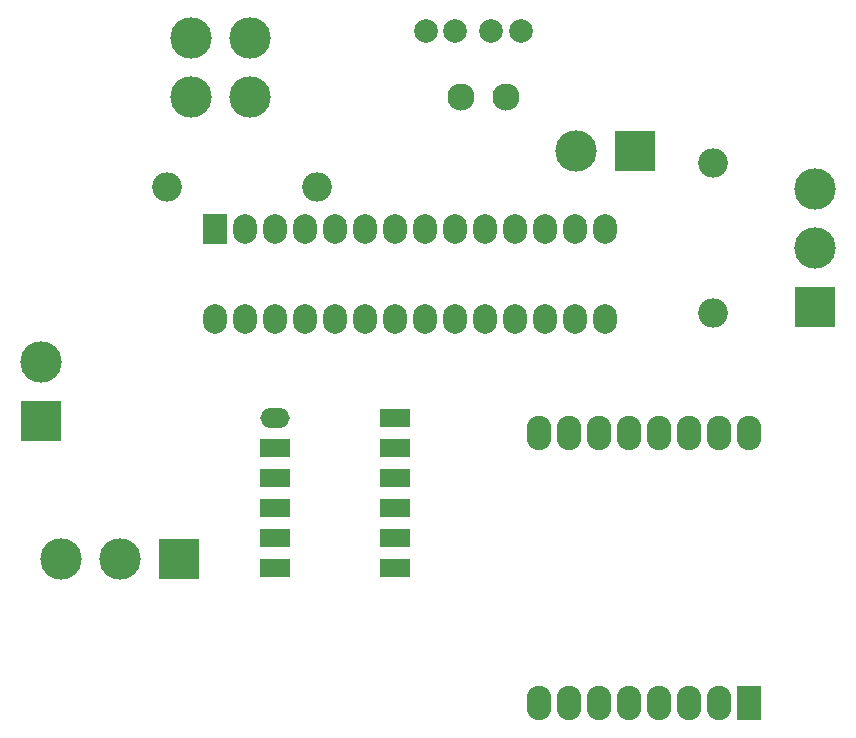
<source format=gbr>
G04 #@! TF.GenerationSoftware,KiCad,Pcbnew,(5.1.10)-1*
G04 #@! TF.CreationDate,2022-06-15T22:58:40-06:00*
G04 #@! TF.ProjectId,Control,436f6e74-726f-46c2-9e6b-696361645f70,rev?*
G04 #@! TF.SameCoordinates,Original*
G04 #@! TF.FileFunction,Copper,L2,Bot*
G04 #@! TF.FilePolarity,Positive*
%FSLAX46Y46*%
G04 Gerber Fmt 4.6, Leading zero omitted, Abs format (unit mm)*
G04 Created by KiCad (PCBNEW (5.1.10)-1) date 2022-06-15 22:58:40*
%MOMM*%
%LPD*%
G01*
G04 APERTURE LIST*
G04 #@! TA.AperFunction,ComponentPad*
%ADD10C,3.500000*%
G04 #@! TD*
G04 #@! TA.AperFunction,ComponentPad*
%ADD11O,2.100000X2.900000*%
G04 #@! TD*
G04 #@! TA.AperFunction,ComponentPad*
%ADD12R,2.100000X2.900000*%
G04 #@! TD*
G04 #@! TA.AperFunction,ComponentPad*
%ADD13O,2.500000X2.500000*%
G04 #@! TD*
G04 #@! TA.AperFunction,ComponentPad*
%ADD14R,3.500000X3.500000*%
G04 #@! TD*
G04 #@! TA.AperFunction,ComponentPad*
%ADD15R,2.000000X2.500000*%
G04 #@! TD*
G04 #@! TA.AperFunction,ComponentPad*
%ADD16O,2.000000X2.500000*%
G04 #@! TD*
G04 #@! TA.AperFunction,ComponentPad*
%ADD17R,2.500000X1.600000*%
G04 #@! TD*
G04 #@! TA.AperFunction,ComponentPad*
%ADD18O,2.500000X1.700000*%
G04 #@! TD*
G04 #@! TA.AperFunction,ComponentPad*
%ADD19C,2.300000*%
G04 #@! TD*
G04 #@! TA.AperFunction,ComponentPad*
%ADD20C,2.000000*%
G04 #@! TD*
G04 APERTURE END LIST*
D10*
X60452000Y-34544000D03*
X65452000Y-34544000D03*
X65452000Y-29544000D03*
X60452000Y-29544000D03*
D11*
X107696000Y-62992000D03*
X105156000Y-62992000D03*
X102616000Y-62992000D03*
X100076000Y-62992000D03*
X97536000Y-62992000D03*
X94996000Y-62992000D03*
X92456000Y-62992000D03*
X89916000Y-62992000D03*
X89916000Y-85852000D03*
X92456000Y-85852000D03*
X94996000Y-85852000D03*
X97536000Y-85852000D03*
X100076000Y-85852000D03*
X102616000Y-85852000D03*
D12*
X107696000Y-85852000D03*
D11*
X105156000Y-85852000D03*
D13*
X58420000Y-42164000D03*
X71120000Y-42164000D03*
D10*
X47752000Y-56976000D03*
D14*
X47752000Y-61976000D03*
D15*
X62484000Y-45720000D03*
D16*
X95504000Y-53340000D03*
X65024000Y-45720000D03*
X92964000Y-53340000D03*
X67564000Y-45720000D03*
X90424000Y-53340000D03*
X70104000Y-45720000D03*
X87884000Y-53340000D03*
X72644000Y-45720000D03*
X85344000Y-53340000D03*
X75184000Y-45720000D03*
X82804000Y-53340000D03*
X77724000Y-45720000D03*
X80264000Y-53340000D03*
X80264000Y-45720000D03*
X77724000Y-53340000D03*
X82804000Y-45720000D03*
X75184000Y-53340000D03*
X85344000Y-45720000D03*
X72644000Y-53340000D03*
X87884000Y-45720000D03*
X70104000Y-53340000D03*
X90424000Y-45720000D03*
X67564000Y-53340000D03*
X92964000Y-45720000D03*
X65024000Y-53340000D03*
X95504000Y-45720000D03*
X62484000Y-53340000D03*
D13*
X104648000Y-52832000D03*
X104648000Y-40132000D03*
D14*
X98044000Y-39116000D03*
D10*
X93044000Y-39116000D03*
D14*
X59436000Y-73660000D03*
D10*
X54436000Y-73660000D03*
X49436000Y-73660000D03*
X113284000Y-42324000D03*
X113284000Y-47324000D03*
D14*
X113284000Y-52324000D03*
D17*
X77724000Y-61722000D03*
X77724000Y-64262000D03*
X77724000Y-66802000D03*
X77724000Y-69342000D03*
X77724000Y-71882000D03*
X77724000Y-74422000D03*
D18*
X67564000Y-61722000D03*
D17*
X67564000Y-64262000D03*
X67564000Y-66802000D03*
X67564000Y-69342000D03*
X67564000Y-71882000D03*
X67564000Y-74422000D03*
D19*
X83312000Y-34544000D03*
X87112000Y-34544000D03*
D20*
X82804000Y-28956000D03*
X80304000Y-28956000D03*
X85852000Y-28956000D03*
X88352000Y-28956000D03*
M02*

</source>
